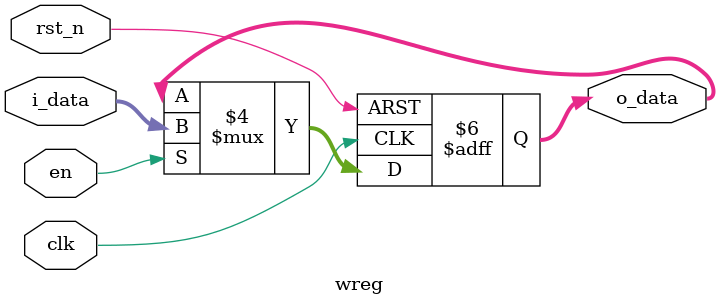
<source format=sv>
module wreg #(
    parameter WIDTH=16
) (
    input logic clk,
    input logic rst_n,
    input logic en,
    input logic signed [WIDTH-1 : 0] i_data,
    output logic signed [WIDTH-1 : 0] o_data
);

    // this module is the horizontal buffer for control and data signals
    always_ff @(posedge clk or negedge rst_n) begin : wreg
        if (~rst_n) begin
            o_data <= 0;
        end else begin
            if (en) begin
                o_data <= i_data;
            end else begin
                o_data <= o_data;
            end
        end
    end

endmodule
</source>
